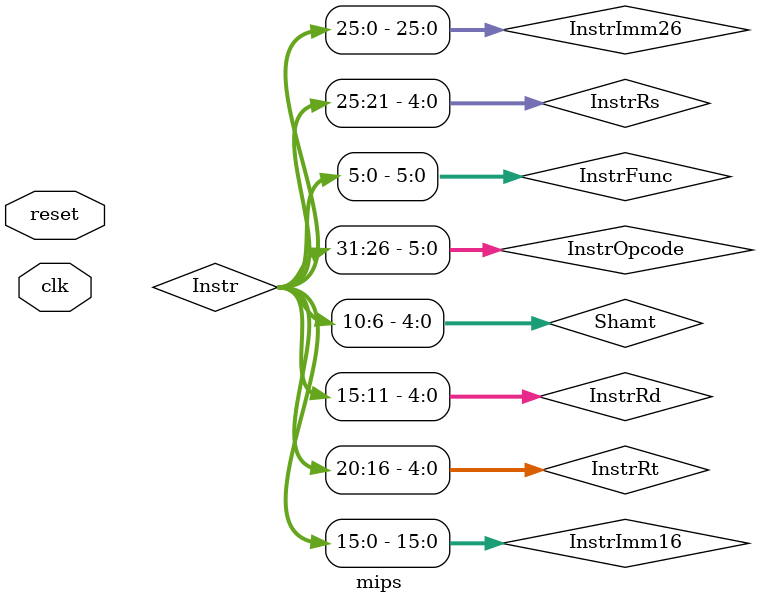
<source format=v>
`timescale 1ns / 1ps

module mips(
    input clk,
    input reset
    );
	 wire [31:0] PcOut,NpcToPc,Instr,RfwdFromMux,
					 Rd1FromGrf, Rd2FromGrf,ALUBFromMux,
					 ALUOUT,EXTOUT,DataFromDM,PCA4;
	 wire RFWE,DMWE;
	 wire [5:0] InstrOpcode,InstrFunc;
	 wire[4:0] InstrRs,InstrRt,InstrRd,Shamt,A3FromMux,ZeroFromALU;
	 wire [15:0] InstrImm16;
	 wire [25:0] InstrImm26;
	 wire [3:0] ALUOP;
	 wire [2:0] RFA3OP,RFWDOP,ALUBOP,NPCOP,DMOP;
	 wire [1:0] EXTOP;
	 assign InstrOpcode = Instr[31:26];
	 assign InstrRs = Instr[25:21];
	 assign InstrRt = Instr[20:16];
	 assign InstrRd = Instr[15:11];
	 assign Shamt = Instr[10:6];
	 assign InstrFunc = Instr[5:0];
	 assign InstrImm16 = Instr[15:0];
	 assign InstrImm26 = Instr[25:0];

	 
	 PC CPUPC (.clk(clk), .reset(reset), .npc(NpcToPc),.pc(PcOut));
	 
	 IM CPUIM(.Addr(PcOut), .instr(Instr));
	 
	 RFA3MUX CPURFA3MUX(.RFA3OP(RFA3OP), .rd(InstrRd), .rt(InstrRt), .A3(A3FromMux));
	 
	 RFWDMUX CPURFWDMUX(.RFWDOP(RFWDOP),.ALUOUT(ALUOUT), 
								.DMOUT(DataFromDM), .PCA4(PCA4), .RFWD(RfwdFromMux));
	 
	 
	 GRF CPUGRF(.clk(clk), .reset(reset), .WE(RFWE), .A1(InstrRs), .A2(InstrRt), .A3(A3FromMux), 
					.WD(RfwdFromMux), .PC(PcOut), .RD1(Rd1FromGrf), .RD2(Rd2FromGrf));
					
	 ALUBMUX CPUALUBMUX(.ALUBOP(ALUBOP), .rt(Rd2FromGrf), .IMM16(EXTOUT), .ALUB(ALUBFromMux));
	 
	 ALU CPUALU(.A(Rd1FromGrf), .B(ALUBFromMux), .ALUOP(ALUOP), 
					.SHAMT(Shamt), .Zero(ZeroFromALU), .ALUOUT(ALUOUT));
	 
	 EXT CPUEXT(.EXTOP(EXTOP), .IMM16(InstrImm16), .EXTOUT(EXTOUT));
	 
	 
	 DM CPUDM(.DMOP(DMOP), .Address(ALUOUT), .Input(Rd2FromGrf), .clk(clk), 
					.Reset(reset), .DMWE(DMWE), .PC(PcOut), .Data(DataFromDM));
					
	 NPC CPUNPC(.PC(PcOut), .IMM26(InstrImm26), .IMM16(InstrImm16), .IMM32(Rd1FromGrf),
						.NPCOP(NPCOP), .Zero(ZeroFromALU), .NPC(NpcToPc), .PCA4(PCA4));			
	 
	 CTRL CPUCTRL(.OPCODE(InstrOpcode), .FUNC(InstrFunc), .RFWE(RFWE), .EXTOP(EXTOP), .DMWE(DMWE),
						.RFA3MUX(RFA3OP), .RFWDMUX(RFWDOP), .ALUBMUX(ALUBOP), .ALUOP(ALUOP), .NPCOP(NPCOP), .DMOP(DMOP));

endmodule

</source>
